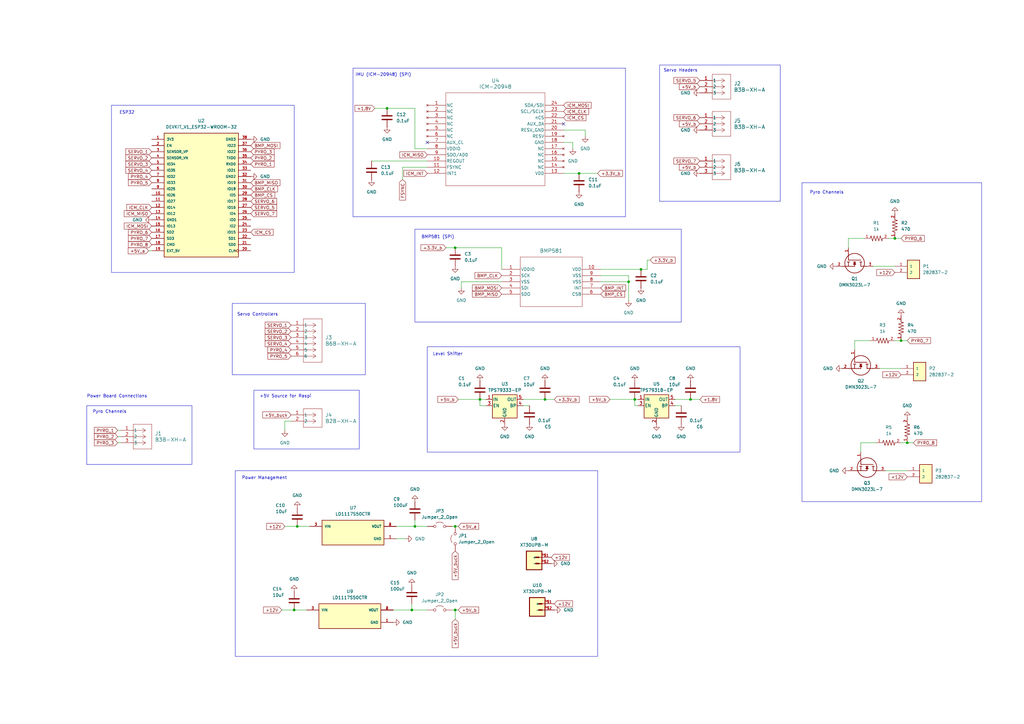
<source format=kicad_sch>
(kicad_sch (version 20250114) (generator "eeschema") (generator_version "9.0")
  (paper "A3")
  (title_block (title "Bola Flight Computer") (company "Gaucho Rocket Project"))
  (rectangle (start 35.56 166.37) (end 78.74 190.5))
  (rectangle (start 270.51 26.67) (end 320.04 82.55))
  (rectangle (start 104.14 160.02) (end 147.32 184.15))
  (rectangle (start 45.72 43.18) (end 120.65 111.76))
  (rectangle (start 170.18 93.98) (end 279.4 132.08))
  (rectangle (start 96.52 193.04) (end 245.11 269.24))
  (rectangle (start 144.78 27.94) (end 256.54 88.9))
  (rectangle (start 328.93 74.93) (end 402.59 205.74))
  (rectangle (start 175.26 142.24) (end 303.53 185.42))
  (text "Level Shifter" (at 183.642 145.288 0) (effects (font (size 1.27 1.27))))
  (text "+5V Source for Raspi" (at 117.094 162.56 0) (effects (font (size 1.27 1.27))))
  (text "ESP32" (at 52.07 46.228 0) (effects (font (size 1.27 1.27))))
  (text "Pyro Channels" (at 44.958 168.91 0) (effects (font (size 1.27 1.27))))
  (text "BMP581 (SPI)" (at 179.578 97.282 0) (effects (font (size 1.27 1.27))))
  (text "Servo Headers" (at 279.146 28.956 0) (effects (font (size 1.27 1.27))))
  (text "Pyro Channels" (at 339.09 78.994 0) (effects (font (size 1.27 1.27))))
  (text "Power Management" (at 108.458 196.088 0) (effects (font (size 1.27 1.27))))
  (text "IMU (ICM-20948) (SPI)" (at 157.226 30.734 0) (effects (font (size 1.27 1.27))))
  (text "Power Board Connections" (at 48.006 162.56 0) (effects (font (size 1.27 1.27))))
  (text "Servo Controllers" (at 105.664 129.032 0) (effects (font (size 1.27 1.27))))
  (junction (at 260.35 163.83))
  (junction (at 120.65 250.19))
  (junction (at 257.81 115.57))
  (junction (at 237.49 71.12))
  (junction (at 262.89 110.49))
  (junction (at 158.75 44.45))
  (junction (at 283.21 163.83))
  (junction (at 168.91 250.19))
  (junction (at 186.69 215.9))
  (junction (at 367.03 97.79))
  (junction (at 196.85 163.83))
  (junction (at 121.92 215.9))
  (junction (at 223.52 163.83))
  (junction (at 369.57 139.7))
  (junction (at 186.69 250.19))
  (junction (at 170.18 215.9))
  (junction (at 372.11 181.61))
  (junction (at 186.69 101.6))
  (no_connect (at 175.26 58.42))
  (no_connect (at 231.14 50.8))
  (wire (pts (xy 187.96 163.83) (xy 196.85 163.83)))
  (wire (pts (xy 205.74 115.57) (xy 189.23 115.57)))
  (wire (pts (xy 115.57 250.19) (xy 120.65 250.19)))
  (wire (pts (xy 170.18 44.45) (xy 170.18 60.96)))
  (wire (pts (xy 170.18 215.9) (xy 175.26 215.9)))
  (wire (pts (xy 246.38 110.49) (xy 262.89 110.49)))
  (wire (pts (xy 49.53 181.61) (xy 48.26 181.61)))
  (wire (pts (xy 175.26 68.58) (xy 165.1 68.58)))
  (wire (pts (xy 359.41 181.61) (xy 353.06 181.61)))
  (wire (pts (xy 120.65 250.19) (xy 125.73 250.19)))
  (wire (pts (xy 49.53 176.53) (xy 48.26 176.53)))
  (polyline (pts (xy 95.25 153.67) (xy 96.52 153.67)))
  (wire (pts (xy 265.43 106.68) (xy 266.7 106.68)))
  (wire (pts (xy 116.84 176.53) (xy 116.84 172.72)))
  (wire (pts (xy 170.18 213.36) (xy 170.18 215.9)))
  (polyline (pts (xy 149.86 153.67) (xy 149.86 124.46)))
  (wire (pts (xy 369.57 139.7) (xy 372.11 139.7)))
  (wire (pts (xy 261.62 166.37) (xy 260.35 166.37)))
  (polyline (pts (xy 95.25 124.46) (xy 95.25 153.67)))
  (wire (pts (xy 186.69 250.19) (xy 186.69 254)))
  (wire (pts (xy 283.21 163.83) (xy 276.86 163.83)))
  (wire (pts (xy 367.03 97.79) (xy 369.57 97.79)))
  (wire (pts (xy 189.23 115.57) (xy 189.23 118.11)))
  (wire (pts (xy 287.02 163.83) (xy 283.21 163.83)))
  (wire (pts (xy 347.98 97.79) (xy 347.98 101.6)))
  (polyline (pts (xy 96.52 153.67) (xy 149.86 153.67)))
  (wire (pts (xy 369.57 181.61) (xy 372.11 181.61)))
  (wire (pts (xy 185.42 250.19) (xy 186.69 250.19)))
  (wire (pts (xy 354.33 97.79) (xy 347.98 97.79)))
  (wire (pts (xy 168.91 250.19) (xy 175.26 250.19)))
  (wire (pts (xy 257.81 115.57) (xy 257.81 123.19)))
  (wire (pts (xy 223.52 163.83) (xy 227.33 163.83)))
  (wire (pts (xy 231.14 53.34) (xy 240.03 53.34)))
  (wire (pts (xy 265.43 106.68) (xy 265.43 110.49)))
  (wire (pts (xy 358.14 109.22) (xy 367.03 109.22)))
  (wire (pts (xy 186.69 101.6) (xy 205.74 101.6)))
  (wire (pts (xy 231.14 71.12) (xy 237.49 71.12)))
  (wire (pts (xy 153.67 44.45) (xy 158.75 44.45)))
  (wire (pts (xy 60.96 102.87) (xy 62.23 102.87)))
  (wire (pts (xy 116.84 215.9) (xy 121.92 215.9)))
  (wire (pts (xy 199.39 166.37) (xy 196.85 166.37)))
  (wire (pts (xy 205.74 110.49) (xy 205.74 101.6)))
  (wire (pts (xy 161.29 250.19) (xy 168.91 250.19)))
  (wire (pts (xy 196.85 166.37) (xy 196.85 163.83)))
  (wire (pts (xy 276.86 166.37) (xy 279.4 166.37)))
  (wire (pts (xy 234.95 58.42) (xy 234.95 60.96)))
  (wire (pts (xy 162.56 220.98) (xy 166.37 220.98)))
  (wire (pts (xy 231.14 58.42) (xy 234.95 58.42)))
  (wire (pts (xy 168.91 247.65) (xy 168.91 250.19)))
  (wire (pts (xy 186.69 215.9) (xy 187.96 215.9)))
  (wire (pts (xy 196.85 163.83) (xy 199.39 163.83)))
  (wire (pts (xy 360.68 151.13) (xy 369.57 151.13)))
  (wire (pts (xy 260.35 163.83) (xy 261.62 163.83)))
  (wire (pts (xy 353.06 181.61) (xy 353.06 185.42)))
  (wire (pts (xy 170.18 60.96) (xy 175.26 60.96)))
  (wire (pts (xy 182.88 101.6) (xy 186.69 101.6)))
  (wire (pts (xy 246.38 115.57) (xy 257.81 115.57)))
  (wire (pts (xy 240.03 53.34) (xy 240.03 55.88)))
  (polyline (pts (xy 149.86 124.46) (xy 95.25 124.46)))
  (wire (pts (xy 186.69 250.19) (xy 187.96 250.19)))
  (wire (pts (xy 364.49 97.79) (xy 367.03 97.79)))
  (wire (pts (xy 372.11 181.61) (xy 374.65 181.61)))
  (wire (pts (xy 363.22 193.04) (xy 372.11 193.04)))
  (wire (pts (xy 185.42 215.9) (xy 186.69 215.9)))
  (wire (pts (xy 356.87 139.7) (xy 350.52 139.7)))
  (wire (pts (xy 265.43 110.49) (xy 262.89 110.49)))
  (wire (pts (xy 152.4 66.04) (xy 175.26 66.04)))
  (wire (pts (xy 350.52 139.7) (xy 350.52 143.51)))
  (wire (pts (xy 246.38 113.03) (xy 257.81 113.03)))
  (wire (pts (xy 121.92 215.9) (xy 127 215.9)))
  (wire (pts (xy 214.63 163.83) (xy 223.52 163.83)))
  (wire (pts (xy 257.81 113.03) (xy 257.81 115.57)))
  (wire (pts (xy 49.53 179.07) (xy 48.26 179.07)))
  (wire (pts (xy 162.56 215.9) (xy 170.18 215.9)))
  (wire (pts (xy 367.03 139.7) (xy 369.57 139.7)))
  (wire (pts (xy 165.1 68.58) (xy 165.1 73.66)))
  (wire (pts (xy 237.49 71.12) (xy 245.11 71.12)))
  (wire (pts (xy 214.63 166.37) (xy 217.17 166.37)))
  (wire (pts (xy 250.19 163.83) (xy 260.35 163.83)))
  (wire (pts (xy 260.35 166.37) (xy 260.35 163.83)))
  (wire (pts (xy 116.84 172.72) (xy 119.38 172.72)))
  (wire (pts (xy 158.75 44.45) (xy 170.18 44.45)))
  (global_label "+12V" (shape input) (at 367.03 111.76 180) (property "Intersheetrefs" "${INTERSHEET_REFS}" (effects (hide yes))))
  (global_label "ICM_CS" (shape input) (at 102.87 95.25 0) (property "Intersheetrefs" "${INTERSHEET_REFS}" (effects (hide yes))))
  (global_label "ICM_MISO" (shape input) (at 62.23 87.63 180) (property "Intersheetrefs" "${INTERSHEET_REFS}" (effects (hide yes))))
  (global_label "SERVO_2" (shape input) (at 119.38 135.89 180) (property "Intersheetrefs" "${INTERSHEET_REFS}" (effects (hide yes))))
  (global_label "PYRO_8" (shape input) (at 374.65 181.61 0) (property "Intersheetrefs" "${INTERSHEET_REFS}" (effects (hide yes))))
  (global_label "+5V_buck" (shape input) (at 186.69 226.06 270) (property "Intersheetrefs" "${INTERSHEET_REFS}" (effects (hide yes))))
  (global_label "BMP_MISO" (shape input) (at 102.87 74.93 0) (property "Intersheetrefs" "${INTERSHEET_REFS}" (effects (hide yes))))
  (global_label "+5V_b" (shape input) (at 187.96 163.83 180) (property "Intersheetrefs" "${INTERSHEET_REFS}" (effects (hide yes))))
  (global_label "ICM_MOSI" (shape input) (at 62.23 92.71 180) (property "Intersheetrefs" "${INTERSHEET_REFS}" (effects (hide yes))))
  (global_label "+5V_b" (shape input) (at 250.19 163.83 180) (property "Intersheetrefs" "${INTERSHEET_REFS}" (effects (hide yes))))
  (global_label "PYRO_6" (shape input) (at 62.23 95.25 180) (property "Intersheetrefs" "${INTERSHEET_REFS}" (effects (hide yes))))
  (global_label "PYRO_1" (shape input) (at 102.87 67.31 0) (property "Intersheetrefs" "${INTERSHEET_REFS}" (effects (hide yes))))
  (global_label "BMP_CLK" (shape input) (at 102.87 77.47 0) (property "Intersheetrefs" "${INTERSHEET_REFS}" (effects (hide yes))))
  (global_label "PYRO_7" (shape input) (at 372.11 139.7 0) (property "Intersheetrefs" "${INTERSHEET_REFS}" (effects (hide yes))))
  (global_label "ICM_MOSI" (shape input) (at 231.14 43.18 0) (property "Intersheetrefs" "${INTERSHEET_REFS}" (effects (hide yes))))
  (global_label "BMP_MISO" (shape input) (at 205.74 120.65 180) (property "Intersheetrefs" "${INTERSHEET_REFS}" (effects (hide yes))))
  (global_label "+3.3V_b" (shape input) (at 266.7 106.68 0) (property "Intersheetrefs" "${INTERSHEET_REFS}" (effects (hide yes))))
  (global_label "FSYNC" (shape input) (at 165.1 73.66 270) (property "Intersheetrefs" "${INTERSHEET_REFS}" (effects (hide yes))))
  (global_label "PYRO_2" (shape input) (at 102.87 64.77 0) (property "Intersheetrefs" "${INTERSHEET_REFS}" (effects (hide yes))))
  (global_label "ICM_CLK" (shape input) (at 62.23 85.09 180) (property "Intersheetrefs" "${INTERSHEET_REFS}" (effects (hide yes))))
  (global_label "+3.3V_b" (shape input) (at 182.88 101.6 180) (property "Intersheetrefs" "${INTERSHEET_REFS}" (effects (hide yes))))
  (global_label "PYRO_2" (shape input) (at 48.26 179.07 180) (property "Intersheetrefs" "${INTERSHEET_REFS}" (effects (hide yes))))
  (global_label "+12V" (shape input) (at 115.57 250.19 180) (property "Intersheetrefs" "${INTERSHEET_REFS}" (effects (hide yes))))
  (global_label "+5V_buck" (shape input) (at 119.38 170.18 180) (property "Intersheetrefs" "${INTERSHEET_REFS}" (effects (hide yes))))
  (global_label "SERVO_7" (shape input) (at 102.87 87.63 0) (property "Intersheetrefs" "${INTERSHEET_REFS}" (effects (hide yes))))
  (global_label "+5V_a" (shape input) (at 60.96 102.87 180) (property "Intersheetrefs" "${INTERSHEET_REFS}" (effects (hide yes))))
  (global_label "+12V" (shape input) (at 227.33 247.65 0) (property "Intersheetrefs" "${INTERSHEET_REFS}" (effects (hide yes))))
  (global_label "PYRO_1" (shape input) (at 48.26 176.53 180) (property "Intersheetrefs" "${INTERSHEET_REFS}" (effects (hide yes))))
  (global_label "ICM_CLK" (shape input) (at 231.14 45.72 0) (property "Intersheetrefs" "${INTERSHEET_REFS}" (effects (hide yes))))
  (global_label "PYRO_5" (shape input) (at 119.38 146.05 180) (property "Intersheetrefs" "${INTERSHEET_REFS}" (effects (hide yes))))
  (global_label "+12V" (shape input) (at 372.11 195.58 180) (property "Intersheetrefs" "${INTERSHEET_REFS}" (effects (hide yes))))
  (global_label "PYRO_3" (shape input) (at 48.26 181.61 180) (property "Intersheetrefs" "${INTERSHEET_REFS}" (effects (hide yes))))
  (global_label "+5V_buck" (shape input) (at 186.69 254 270) (property "Intersheetrefs" "${INTERSHEET_REFS}" (effects (hide yes))))
  (global_label "+5V_b" (shape input) (at 287.02 50.8 180) (property "Intersheetrefs" "${INTERSHEET_REFS}" (effects (hide yes))))
  (global_label "PYRO_3" (shape input) (at 102.87 62.23 0) (property "Intersheetrefs" "${INTERSHEET_REFS}" (effects (hide yes))))
  (global_label "BMP_MOSI" (shape input) (at 102.87 59.69 0) (property "Intersheetrefs" "${INTERSHEET_REFS}" (effects (hide yes))))
  (global_label "ICM_INT" (shape input) (at 175.26 71.12 180) (property "Intersheetrefs" "${INTERSHEET_REFS}" (effects (hide yes))))
  (global_label "+3.3V_b" (shape input) (at 227.33 163.83 0) (property "Intersheetrefs" "${INTERSHEET_REFS}" (effects (hide yes))))
  (global_label "SERVO_5" (shape input) (at 102.87 85.09 0) (property "Intersheetrefs" "${INTERSHEET_REFS}" (effects (hide yes))))
  (global_label "BMP_INT" (shape input) (at 246.38 118.11 0) (property "Intersheetrefs" "${INTERSHEET_REFS}" (effects (hide yes))))
  (global_label "SERVO_6" (shape input) (at 102.87 82.55 0) (property "Intersheetrefs" "${INTERSHEET_REFS}" (effects (hide yes))))
  (global_label "+5V_b" (shape input) (at 287.02 68.58 180) (property "Intersheetrefs" "${INTERSHEET_REFS}" (effects (hide yes))))
  (global_label "ICM_MISO" (shape input) (at 175.26 63.5 180) (property "Intersheetrefs" "${INTERSHEET_REFS}" (effects (hide yes))))
  (global_label "SERVO_1" (shape input) (at 119.38 133.35 180) (property "Intersheetrefs" "${INTERSHEET_REFS}" (effects (hide yes))))
  (global_label "+3.3V_b" (shape input) (at 245.11 71.12 0) (property "Intersheetrefs" "${INTERSHEET_REFS}" (effects (hide yes))))
  (global_label "+5V_b" (shape input) (at 187.96 250.19 0) (property "Intersheetrefs" "${INTERSHEET_REFS}" (effects (hide yes))))
  (global_label "SERVO_6" (shape input) (at 287.02 48.26 180) (property "Intersheetrefs" "${INTERSHEET_REFS}" (effects (hide yes))))
  (global_label "SERVO_3" (shape input) (at 62.23 67.31 180) (property "Intersheetrefs" "${INTERSHEET_REFS}" (effects (hide yes))))
  (global_label "PYRO_5" (shape input) (at 62.23 74.93 180) (property "Intersheetrefs" "${INTERSHEET_REFS}" (effects (hide yes))))
  (global_label "+1.8V" (shape input) (at 153.67 44.45 180) (property "Intersheetrefs" "${INTERSHEET_REFS}" (effects (hide yes))))
  (global_label "SERVO_1" (shape input) (at 62.23 62.23 180) (property "Intersheetrefs" "${INTERSHEET_REFS}" (effects (hide yes))))
  (global_label "SERVO_3" (shape input) (at 119.38 138.43 180) (property "Intersheetrefs" "${INTERSHEET_REFS}" (effects (hide yes))))
  (global_label "SERVO_2" (shape input) (at 62.23 64.77 180) (property "Intersheetrefs" "${INTERSHEET_REFS}" (effects (hide yes))))
  (global_label "PYRO_7" (shape input) (at 62.23 97.79 180) (property "Intersheetrefs" "${INTERSHEET_REFS}" (effects (hide yes))))
  (global_label "+12V" (shape input) (at 116.84 215.9 180) (property "Intersheetrefs" "${INTERSHEET_REFS}" (effects (hide yes))))
  (global_label "SERVO_5" (shape input) (at 287.02 33.02 180) (property "Intersheetrefs" "${INTERSHEET_REFS}" (effects (hide yes))))
  (global_label "+5V_b" (shape input) (at 287.02 35.56 180) (property "Intersheetrefs" "${INTERSHEET_REFS}" (effects (hide yes))))
  (global_label "+1.8V" (shape input) (at 287.02 163.83 0) (property "Intersheetrefs" "${INTERSHEET_REFS}" (effects (hide yes))))
  (global_label "ICM_CS" (shape input) (at 231.14 48.26 0) (property "Intersheetrefs" "${INTERSHEET_REFS}" (effects (hide yes))))
  (global_label "BMP_CLK" (shape input) (at 205.74 113.03 180) (property "Intersheetrefs" "${INTERSHEET_REFS}" (effects (hide yes))))
  (global_label "PYRO_4" (shape input) (at 62.23 72.39 180) (property "Intersheetrefs" "${INTERSHEET_REFS}" (effects (hide yes))))
  (global_label "PYRO_4" (shape input) (at 119.38 143.51 180) (property "Intersheetrefs" "${INTERSHEET_REFS}" (effects (hide yes))))
  (global_label "PYRO_8" (shape input) (at 62.23 100.33 180) (property "Intersheetrefs" "${INTERSHEET_REFS}" (effects (hide yes))))
  (global_label "+12V" (shape input) (at 369.57 153.67 180) (property "Intersheetrefs" "${INTERSHEET_REFS}" (effects (hide yes))))
  (global_label "SERVO_7" (shape input) (at 287.02 66.04 180) (property "Intersheetrefs" "${INTERSHEET_REFS}" (effects (hide yes))))
  (global_label "+5V_a" (shape input) (at 187.96 215.9 0) (property "Intersheetrefs" "${INTERSHEET_REFS}" (effects (hide yes))))
  (global_label "+12V" (shape input) (at 226.06 228.6 0) (property "Intersheetrefs" "${INTERSHEET_REFS}" (effects (hide yes))))
  (global_label "SERVO_4" (shape input) (at 119.38 140.97 180) (property "Intersheetrefs" "${INTERSHEET_REFS}" (effects (hide yes))))
  (global_label "BMP_CS" (shape input) (at 102.87 80.01 0) (property "Intersheetrefs" "${INTERSHEET_REFS}" (effects (hide yes))))
  (global_label "BMP_CS" (shape input) (at 246.38 120.65 0) (property "Intersheetrefs" "${INTERSHEET_REFS}" (effects (hide yes))))
  (global_label "PYRO_6" (shape input) (at 369.57 97.79 0) (property "Intersheetrefs" "${INTERSHEET_REFS}" (effects (hide yes))))
  (global_label "SERVO_4" (shape input) (at 62.23 69.85 180) (property "Intersheetrefs" "${INTERSHEET_REFS}" (effects (hide yes))))
  (global_label "BMP_MOSI" (shape input) (at 205.74 118.11 180) (property "Intersheetrefs" "${INTERSHEET_REFS}" (effects (hide yes))))
  (symbol (lib_id "Device:C") (at 121.92 212.09 0) (unit 1)
    (property "Reference" "C10" (at 113.03 207.264 0) (effects (justify left)))
    (property "Value" "10uF" (at 113.03 209.804 0) (effects (justify left)))
    (property "Footprint" "Capacitors:C_0805_2012Metric_Pad1.18x1.45mm_HandSolder" (effects (hide yes)))
    (property "Description" "Unpolarized capacitor" (effects (hide yes)))
  )
  (symbol (lib_id "Jumper:Jumper_2_Open") (at 186.69 220.98 90) (unit 1)
    (property "Reference" "JP1" (at 187.96 219.7099 90) (effects (justify right)))
    (property "Value" "Jumper_2_Open" (at 187.96 222.2499 90) (effects (justify right)))
    (property "Footprint" "Jumper:SolderJumper-2_P1.3mm_Open_RoundedPad1.0x1.5mm" (effects (hide yes)))
    (property "Description" "Jumper, 2-pole, open" (effects (hide yes)))
  )
  (symbol (lib_id "power:GND") (at 116.84 176.53 0) (unit 1)
    (property "Reference" "#PWR044" (effects (hide yes)))
    (property "Value" "GND" (at 116.84 181.61 0))
    (property "Description" "Power symbol creates a global label with name \"GND\" , ground" (effects (hide yes)))
  )
  (symbol (lib_id "power:GND") (at 345.44 151.13 270) (unit 1)
    (property "Reference" "#PWR056" (effects (hide yes)))
    (property "Value" "GND" (at 341.63 151.1299 90) (effects (justify right)))
    (property "Description" "Power symbol creates a global label with name \"GND\" , ground" (effects (hide yes)))
  )
  (symbol (lib_id "Device:C") (at 260.35 160.02 0) (unit 1)
    (property "Reference" "C4" (at 251.46 155.194 0) (effects (justify left)))
    (property "Value" "0.1uF" (at 251.46 157.734 0) (effects (justify left)))
    (property "Footprint" "Capacitors:C_0805_2012Metric_Pad1.18x1.45mm_HandSolder" (effects (hide yes)))
    (property "Description" "Unpolarized capacitor" (effects (hide yes)))
  )
  (symbol (lib_id "2025-01-02_04-55-45:B6B-XH-A") (at 119.38 133.35 0) (unit 1)
    (property "Reference" "J3" (at 133.35 138.4299 0) (effects (font (size 1.524 1.524)) (justify left)))
    (property "Value" "B6B-XH-A" (at 133.35 140.9699 0) (effects (font (size 1.524 1.524)) (justify left)))
    (property "Footprint" "Connector_JST:JST_XH_B6B-XH-A_1x06_P2.50mm_Vertical" (effects (hide yes)))
    (property "Datasheet" "B6B-XH-A" (effects (hide yes)))
  )
  (symbol (lib_id "DMN3023L-7:DMN3023L-7") (at 350.52 106.68 270) (unit 1)
    (property "Reference" "Q1" (at 350.52 114.3 90))
    (property "Value" "DMN3023L-7" (at 350.52 116.84 90))
    (property "Footprint" "FETS:SOT96P240X100-3N" (effects (hide yes)))
    (property "MF" "Diodes Incorporated" (effects (hide yes)))
    (property "DESCRIPTION" "MOSFET N-CH 30V 6.2A SOT23" (effects (hide yes)))
    (property "Package" "None" (effects (hide yes)))
    (property "SUPPLIER_PART_NUMBER" "DMN3023L-7DICT-ND" (effects (hide yes)))
    (property "Price" "None" (effects (hide yes)))
    (property "Check_prices" "https://www.snapeda.com/parts/DMN3023L7/Diodes+Inc./view-part/?ref=eda" (effects (hide yes)))
    (property "VALUE" "DMN3023L-7" (effects (hide yes)))
    (property "SUPPLIER" "Digikey" (effects (hide yes)))
    (property "SnapEDA_Link" "https://www.snapeda.com/parts/DMN3023L7/Diodes+Inc./view-part/?ref=snap" (effects (hide yes)))
    (property "MP" "DMN3023L7" (effects (hide yes)))
    (property "FOOTPRINT" "SOT23" (effects (hide yes)))
    (property "Description_1" "N-Channel 30 V 6.2A (Ta) 900mW (Ta) Surface Mount SOT-23-3" (effects (hide yes)))
    (property "Availability" "In Stock" (effects (hide yes)))
    (property "MANUFACTURER_PART_NUMBER" "DMN3023L-7" (effects (hide yes)))
  )
  (symbol (lib_id "2025-01-04_00-10-29:BMP581") (at 205.74 110.49 0) (unit 1)
    (property "Reference" "U1" (effects (hide yes)))
    (property "Value" "BMP581" (at 226.06 102.87 0) (effects (font (size 1.524 1.524))))
    (property "Footprint" "footprints:QFN10_BMP581_BOS" (effects (hide yes)))
    (property "Datasheet" "BMP581" (effects (hide yes)))
  )
  (symbol (lib_id "DMN3023L-7:DMN3023L-7") (at 353.06 148.59 270) (unit 1)
    (property "Reference" "Q2" (at 353.06 156.21 90))
    (property "Value" "DMN3023L-7" (at 353.06 158.75 90))
    (property "Footprint" "FETS:SOT96P240X100-3N" (effects (hide yes)))
    (property "MF" "Diodes Incorporated" (effects (hide yes)))
    (property "DESCRIPTION" "MOSFET N-CH 30V 6.2A SOT23" (effects (hide yes)))
    (property "Package" "None" (effects (hide yes)))
    (property "SUPPLIER_PART_NUMBER" "DMN3023L-7DICT-ND" (effects (hide yes)))
    (property "Price" "None" (effects (hide yes)))
    (property "Check_prices" "https://www.snapeda.com/parts/DMN3023L7/Diodes+Inc./view-part/?ref=eda" (effects (hide yes)))
    (property "VALUE" "DMN3023L-7" (effects (hide yes)))
    (property "SUPPLIER" "Digikey" (effects (hide yes)))
    (property "SnapEDA_Link" "https://www.snapeda.com/parts/DMN3023L7/Diodes+Inc./view-part/?ref=snap" (effects (hide yes)))
    (property "MP" "DMN3023L7" (effects (hide yes)))
    (property "FOOTPRINT" "SOT23" (effects (hide yes)))
    (property "Description_1" "N-Channel 30 V 6.2A (Ta) 900mW (Ta) Surface Mount SOT-23-3" (effects (hide yes)))
    (property "Availability" "In Stock" (effects (hide yes)))
    (property "MANUFACTURER_PART_NUMBER" "DMN3023L-7" (effects (hide yes)))
  )
  (symbol (lib_id "2025-01-01_02-21-05:B3B-XH-A") (at 49.53 176.53 0) (unit 1)
    (property "Reference" "J1" (at 63.5 177.7999 0) (effects (font (size 1.524 1.524)) (justify left)))
    (property "Value" "B3B-XH-A" (at 63.5 180.3399 0) (effects (font (size 1.524 1.524)) (justify left)))
    (property "Footprint" "B3B:CONN_B3B-XH-A_JST" (effects (hide yes)))
    (property "Datasheet" "B3B-XH-A" (effects (hide yes)))
  )
  (symbol (lib_id "Device:C") (at 196.85 160.02 0) (unit 1)
    (property "Reference" "C1" (at 187.96 155.194 0) (effects (justify left)))
    (property "Value" "0.1uF" (at 187.96 157.734 0) (effects (justify left)))
    (property "Footprint" "Capacitors:C_0805_2012Metric_Pad1.18x1.45mm_HandSolder" (effects (hide yes)))
    (property "Description" "Unpolarized capacitor" (effects (hide yes)))
  )
  (symbol (lib_id "Device:C") (at 120.65 246.38 0) (unit 1)
    (property "Reference" "C14" (at 111.76 241.554 0) (effects (justify left)))
    (property "Value" "10uF" (at 111.76 244.094 0) (effects (justify left)))
    (property "Footprint" "Capacitors:C_0805_2012Metric_Pad1.18x1.45mm_HandSolder" (effects (hide yes)))
    (property "Description" "Unpolarized capacitor" (effects (hide yes)))
  )
  (symbol (lib_id "power:GND") (at 287.02 38.1 270) (unit 1)
    (property "Reference" "#PWR053" (effects (hide yes)))
    (property "Value" "GND" (at 283.21 38.0999 90) (effects (justify right)))
    (property "Description" "Power symbol creates a global label with name \"GND\" , ground" (effects (hide yes)))
  )
  (symbol (lib_id "power:GND") (at 260.35 156.21 180) (unit 1)
    (property "Reference" "#PWR011" (effects (hide yes)))
    (property "Value" "GND" (at 260.35 151.13 0))
    (property "Description" "Power symbol creates a global label with name \"GND\" , ground" (effects (hide yes)))
  )
  (symbol (lib_id "power:GND") (at 369.57 129.54 180) (unit 1)
    (property "Reference" "#PWR057" (effects (hide yes)))
    (property "Value" "GND" (at 369.57 124.46 0))
    (property "Description" "Power symbol creates a global label with name \"GND\" , ground" (effects (hide yes)))
  )
  (symbol (lib_id "power:GND") (at 161.29 255.27 90) (unit 1)
    (property "Reference" "#PWR019" (effects (hide yes)))
    (property "Value" "GND" (at 165.1 255.2699 90) (effects (justify right)))
    (property "Description" "Power symbol creates a global label with name \"GND\" , ground" (effects (hide yes)))
  )
  (symbol (lib_id "Device:C") (at 237.49 74.93 0) (unit 1)
    (property "Reference" "C11" (at 241.3 73.6599 0) (effects (justify left)))
    (property "Value" "0.1uF" (at 241.3 76.1999 0) (effects (justify left)))
    (property "Footprint" "Capacitors:C_0805_2012Metric_Pad1.18x1.45mm_HandSolder" (effects (hide yes)))
    (property "Description" "Unpolarized capacitor" (effects (hide yes)))
  )
  (symbol (lib_id "power:GND") (at 237.49 78.74 0) (unit 1)
    (property "Reference" "#PWR039" (effects (hide yes)))
    (property "Value" "GND" (at 237.49 83.82 0))
    (property "Description" "Power symbol creates a global label with name \"GND\" , ground" (effects (hide yes)))
  )
  (symbol (lib_id "power:GND") (at 170.18 205.74 180) (unit 1)
    (property "Reference" "#PWR016" (effects (hide yes)))
    (property "Value" "GND" (at 170.18 200.66 0))
    (property "Description" "Power symbol creates a global label with name \"GND\" , ground" (effects (hide yes)))
  )
  (symbol (lib_id "power:GND") (at 121.92 208.28 180) (unit 1)
    (property "Reference" "#PWR017" (effects (hide yes)))
    (property "Value" "GND" (at 121.92 203.2 0))
    (property "Description" "Power symbol creates a global label with name \"GND\" , ground" (effects (hide yes)))
  )
  (symbol (lib_id "power:GND") (at 186.69 109.22 0) (unit 1)
    (property "Reference" "#PWR08" (effects (hide yes)))
    (property "Value" "GND" (at 186.69 114.3 0))
    (property "Description" "Power symbol creates a global label with name \"GND\" , ground" (effects (hide yes)))
  )
  (symbol (lib_id "8-2176243-2:8-2176243-2") (at 369.57 134.62 90) (unit 1)
    (property "Reference" "R4" (at 372.11 133.3499 90) (effects (justify right)))
    (property "Value" "470" (at 372.11 135.8899 90) (effects (justify right)))
    (property "Footprint" "Resistor:R_0805_2012Metric_Pad1.20x1.40mm_HandSolder" (effects (hide yes)))
    (property "Comment" "8-2176243-2" (effects (hide yes)))
    (property "MF" "TE Connectivity" (effects (hide yes)))
    (property "Description_1" "CRGS0603 Anti-Surge Resistor 5% 5M6" (effects (hide yes)))
    (property "Package" "None" (effects (hide yes)))
    (property "Price" "None" (effects (hide yes)))
    (property "SnapEDA_Link" "https://www.snapeda.com/parts/8-2176243-2/TE+Connectivity+AMP+Connectors/view-part/?ref=snap" (effects (hide yes)))
    (property "MP" "8-2176243-2" (effects (hide yes)))
    (property "Availability" "In Stock" (effects (hide yes)))
    (property "Check_prices" "https://www.snapeda.com/parts/8-2176243-2/TE+Connectivity+AMP+Connectors/view-part/?ref=eda" (effects (hide yes)))
  )
  (symbol (lib_id "Device:C") (at 152.4 69.85 0) (unit 1)
    (property "Reference" "C13" (at 156.21 68.5799 0) (effects (justify left)))
    (property "Value" "0.1uF" (at 156.21 71.1199 0) (effects (justify left)))
    (property "Footprint" "Capacitors:C_0805_2012Metric_Pad1.18x1.45mm_HandSolder" (effects (hide yes)))
    (property "Description" "Unpolarized capacitor" (effects (hide yes)))
  )
  (symbol (lib_id "power:GND") (at 283.21 156.21 180) (unit 1)
    (property "Reference" "#PWR04" (effects (hide yes)))
    (property "Value" "GND" (at 283.21 151.13 0))
    (property "Description" "Power symbol creates a global label with name \"GND\" , ground" (effects (hide yes)))
  )
  (symbol (lib_id "XT30UPB-M:XT30UPB-M") (at 218.44 231.14 0) (unit 1)
    (property "Reference" "U8" (at 219.075 220.98 0))
    (property "Value" "XT30UPB-M" (at 219.075 223.52 0))
    (property "Footprint" "XTConnectors:XT30UPB-M" (effects (hide yes)))
    (property "MF" "amass" (effects (hide yes)))
    (property "Description_1" "Socket; DC supply; XT30; male; PIN: 2; on PCBs; THT; yellow; 15A; 500V" (effects (hide yes)))
    (property "Package" "None" (effects (hide yes)))
    (property "Price" "None" (effects (hide yes)))
    (property "SnapEDA_Link" "https://www.snapeda.com/parts/XT30UPB-M/AMASS/view-part/?ref=snap" (effects (hide yes)))
    (property "MP" "XT30UPB-M" (effects (hide yes)))
    (property "Availability" "Not in stock" (effects (hide yes)))
    (property "Check_prices" "https://www.snapeda.com/parts/XT30UPB-M/AMASS/view-part/?ref=eda" (effects (hide yes)))
  )
  (symbol (lib_id "power:GND") (at 367.03 87.63 180) (unit 1)
    (property "Reference" "#PWR054" (effects (hide yes)))
    (property "Value" "GND" (at 367.03 82.55 0))
    (property "Description" "Power symbol creates a global label with name \"GND\" , ground" (effects (hide yes)))
  )
  (symbol (lib_id "LD1117S50CTR:LD1117S50CTR") (at 143.51 252.73 0) (unit 1)
    (property "Reference" "U9" (at 143.51 242.57 0))
    (property "Value" "LD1117S50CTR" (at 143.51 245.11 0))
    (property "Footprint" "LD1117S50CTRlib:LD1117S50CTR" (effects (hide yes)))
    (property "MF" "STMicroelectronics" (effects (hide yes)))
    (property "MAXIMUM_PACKAGE_HEIGHT" "1.8 mm" (effects (hide yes)))
    (property "Package" "SOT-223 STMicroelectronics" (effects (hide yes)))
    (property "Price" "None" (effects (hide yes)))
    (property "Check_prices" "https://www.snapeda.com/parts/LD1117S50CTR/STMicroelectronics/view-part/?ref=eda" (effects (hide yes)))
    (property "STANDARD" "IPC 7351B" (effects (hide yes)))
    (property "PARTREV" "37" (effects (hide yes)))
    (property "SnapEDA_Link" "https://www.snapeda.com/parts/LD1117S50CTR/STMicroelectronics/view-part/?ref=snap" (effects (hide yes)))
    (property "MP" "LD1117S50CTR" (effects (hide yes)))
    (property "Description_1" "Linear Voltage Regulator IC Positive Fixed 1 Output  800mA SOT-223" (effects (hide yes)))
    (property "Availability" "In Stock" (effects (hide yes)))
    (property "MANUFACTURER" "STMicroelectronics" (effects (hide yes)))
  )
  (symbol (lib_id "LD1117S50CTR:LD1117S50CTR") (at 144.78 218.44 0) (unit 1)
    (property "Reference" "U7" (at 144.78 208.28 0))
    (property "Value" "LD1117S50CTR" (at 144.78 210.82 0))
    (property "Footprint" "LD1117S50CTRlib:LD1117S50CTR" (effects (hide yes)))
    (property "MF" "STMicroelectronics" (effects (hide yes)))
    (property "MAXIMUM_PACKAGE_HEIGHT" "1.8 mm" (effects (hide yes)))
    (property "Package" "SOT-223 STMicroelectronics" (effects (hide yes)))
    (property "Price" "None" (effects (hide yes)))
    (property "Check_prices" "https://www.snapeda.com/parts/LD1117S50CTR/STMicroelectronics/view-part/?ref=eda" (effects (hide yes)))
    (property "STANDARD" "IPC 7351B" (effects (hide yes)))
    (property "PARTREV" "37" (effects (hide yes)))
    (property "SnapEDA_Link" "https://www.snapeda.com/parts/LD1117S50CTR/STMicroelectronics/view-part/?ref=snap" (effects (hide yes)))
    (property "MP" "LD1117S50CTR" (effects (hide yes)))
    (property "Description_1" "Linear Voltage Regulator IC Positive Fixed 1 Output  800mA SOT-223" (effects (hide yes)))
    (property "Availability" "In Stock" (effects (hide yes)))
    (property "MANUFACTURER" "STMicroelectronics" (effects (hide yes)))
  )
  (symbol (lib_id "power:GND") (at 189.23 118.11 0) (unit 1)
    (property "Reference" "#PWR06" (effects (hide yes)))
    (property "Value" "GND" (at 189.23 123.19 0))
    (property "Description" "Power symbol creates a global label with name \"GND\" , ground" (effects (hide yes)))
  )
  (symbol (lib_id "282837-2:282837-2") (at 374.65 109.22 0) (unit 1)
    (property "Reference" "P1" (at 378.46 109.2199 0) (effects (justify left)))
    (property "Value" "282837-2" (at 378.46 111.7599 0) (effects (justify left)))
    (property "Footprint" "ScrewTerminal:CUI_TB002-500-02BE" (effects (hide yes)))
    (property "Comment" "282837-2" (effects (hide yes)))
    (property "MF" "TE Connectivity" (effects (hide yes)))
    (property "DESCRIPTION" "TERMINAL BLOCK 3.5MM 2POS PCB" (effects (hide yes)))
    (property "PACKAGE" "None" (effects (hide yes)))
    (property "PRICE" "0.28 USD" (effects (hide yes)))
    (property "Package" "None" (effects (hide yes)))
    (property "Check_prices" "https://www.snapeda.com/parts/282837-2/TE+Connectivity+AMP+Connectors/view-part/?ref=eda" (effects (hide yes)))
    (property "Price" "None" (effects (hide yes)))
    (property "PARTREV" "G3" (effects (hide yes)))
    (property "SnapEDA_Link" "https://www.snapeda.com/parts/282837-2/TE+Connectivity+AMP+Connectors/view-part/?ref=snap" (effects (hide yes)))
    (property "MP" "282837-2" (effects (hide yes)))
    (property "Availability" "In Stock" (effects (hide yes)))
    (property "AVAILABILITY" "Good" (effects (hide yes)))
    (property "Description_1" "Terminal Block Connector Wire Receptacle 2 5.08 mm 30-16 AWG Green 13.5 A 250 V | TE Connectivity 282837-2" (effects (hide yes)))
  )
  (symbol (lib_id "power:GND") (at 120.65 242.57 180) (unit 1)
    (property "Reference" "#PWR018" (effects (hide yes)))
    (property "Value" "GND" (at 120.65 237.49 0))
    (property "Description" "Power symbol creates a global label with name \"GND\" , ground" (effects (hide yes)))
  )
  (symbol (lib_id "power:GND") (at 227.33 250.19 90) (unit 1)
    (property "Reference" "#PWR022" (effects (hide yes)))
    (property "Value" "GND" (at 231.14 250.1899 90) (effects (justify right)))
    (property "Description" "Power symbol creates a global label with name \"GND\" , ground" (effects (hide yes)))
  )
  (symbol (lib_id "8-2176243-2:8-2176243-2") (at 361.95 139.7 0) (unit 1)
    (property "Reference" "R3" (at 361.95 133.35 0))
    (property "Value" "1k" (at 361.95 135.89 0))
    (property "Footprint" "Resistor:R_0805_2012Metric_Pad1.20x1.40mm_HandSolder" (effects (hide yes)))
    (property "Comment" "8-2176243-2" (effects (hide yes)))
    (property "MF" "TE Connectivity" (effects (hide yes)))
    (property "Description_1" "CRGS0603 Anti-Surge Resistor 5% 5M6" (effects (hide yes)))
    (property "Package" "None" (effects (hide yes)))
    (property "Price" "None" (effects (hide yes)))
    (property "SnapEDA_Link" "https://www.snapeda.com/parts/8-2176243-2/TE+Connectivity+AMP+Connectors/view-part/?ref=snap" (effects (hide yes)))
    (property "MP" "8-2176243-2" (effects (hide yes)))
    (property "Availability" "In Stock" (effects (hide yes)))
    (property "Check_prices" "https://www.snapeda.com/parts/8-2176243-2/TE+Connectivity+AMP+Connectors/view-part/?ref=eda" (effects (hide yes)))
  )
  (symbol (lib_id "power:GND") (at 347.98 193.04 270) (unit 1)
    (property "Reference" "#PWR058" (effects (hide yes)))
    (property "Value" "GND" (at 344.17 193.0399 90) (effects (justify right)))
    (property "Description" "Power symbol creates a global label with name \"GND\" , ground" (effects (hide yes)))
  )
  (symbol (lib_id "power:GND") (at 102.87 57.15 90) (unit 1)
    (property "Reference" "#PWR050" (effects (hide yes)))
    (property "Value" "GND" (at 106.68 57.1499 90) (effects (justify right)))
    (property "Description" "Power symbol creates a global label with name \"GND\" , ground" (effects (hide yes)))
  )
  (symbol (lib_id "power:GND") (at 226.06 231.14 90) (unit 1)
    (property "Reference" "#PWR021" (effects (hide yes)))
    (property "Value" "GND" (at 229.87 231.1399 90) (effects (justify right)))
    (property "Description" "Power symbol creates a global label with name \"GND\" , ground" (effects (hide yes)))
  )
  (symbol (lib_id "8-2176243-2:8-2176243-2") (at 367.03 92.71 90) (unit 1)
    (property "Reference" "R2" (at 369.57 91.4399 90) (effects (justify right)))
    (property "Value" "470" (at 369.57 93.9799 90) (effects (justify right)))
    (property "Footprint" "Resistor:R_0805_2012Metric_Pad1.20x1.40mm_HandSolder" (effects (hide yes)))
    (property "Comment" "8-2176243-2" (effects (hide yes)))
    (property "MF" "TE Connectivity" (effects (hide yes)))
    (property "Description_1" "CRGS0603 Anti-Surge Resistor 5% 5M6" (effects (hide yes)))
    (property "Package" "None" (effects (hide yes)))
    (property "Price" "None" (effects (hide yes)))
    (property "SnapEDA_Link" "https://www.snapeda.com/parts/8-2176243-2/TE+Connectivity+AMP+Connectors/view-part/?ref=snap" (effects (hide yes)))
    (property "MP" "8-2176243-2" (effects (hide yes)))
    (property "Availability" "In Stock" (effects (hide yes)))
    (property "Check_prices" "https://www.snapeda.com/parts/8-2176243-2/TE+Connectivity+AMP+Connectors/view-part/?ref=eda" (effects (hide yes)))
  )
  (symbol (lib_id "power:GND") (at 166.37 220.98 90) (unit 1)
    (property "Reference" "#PWR015" (effects (hide yes)))
    (property "Value" "GND" (at 170.18 220.9799 90) (effects (justify right)))
    (property "Description" "Power symbol creates a global label with name \"GND\" , ground" (effects (hide yes)))
  )
  (symbol (lib_id "power:GND") (at 223.52 156.21 180) (unit 1)
    (property "Reference" "#PWR03" (effects (hide yes)))
    (property "Value" "GND" (at 223.52 151.13 0))
    (property "Description" "Power symbol creates a global label with name \"GND\" , ground" (effects (hide yes)))
  )
  (symbol (lib_id "Jumper:Jumper_2_Open") (at 180.34 215.9 0) (unit 1)
    (property "Reference" "JP3" (at 180.34 209.55 0))
    (property "Value" "Jumper_2_Open" (at 180.34 212.09 0))
    (property "Footprint" "Jumper:SolderJumper-2_P1.3mm_Open_RoundedPad1.0x1.5mm" (effects (hide yes)))
    (property "Description" "Jumper, 2-pole, open" (effects (hide yes)))
  )
  (symbol (lib_id "282837-2:282837-2") (at 379.73 193.04 0) (unit 1)
    (property "Reference" "P3" (at 383.54 193.0399 0) (effects (justify left)))
    (property "Value" "282837-2" (at 383.54 195.5799 0) (effects (justify left)))
    (property "Footprint" "ScrewTerminal:CUI_TB002-500-02BE" (effects (hide yes)))
    (property "Comment" "282837-2" (effects (hide yes)))
    (property "MF" "TE Connectivity" (effects (hide yes)))
    (property "DESCRIPTION" "TERMINAL BLOCK 3.5MM 2POS PCB" (effects (hide yes)))
    (property "PACKAGE" "None" (effects (hide yes)))
    (property "PRICE" "0.28 USD" (effects (hide yes)))
    (property "Package" "None" (effects (hide yes)))
    (property "Check_prices" "https://www.snapeda.com/parts/282837-2/TE+Connectivity+AMP+Connectors/view-part/?ref=eda" (effects (hide yes)))
    (property "Price" "None" (effects (hide yes)))
    (property "PARTREV" "G3" (effects (hide yes)))
    (property "SnapEDA_Link" "https://www.snapeda.com/parts/282837-2/TE+Connectivity+AMP+Connectors/view-part/?ref=snap" (effects (hide yes)))
    (property "MP" "282837-2" (effects (hide yes)))
    (property "Availability" "In Stock" (effects (hide yes)))
    (property "AVAILABILITY" "Good" (effects (hide yes)))
    (property "Description_1" "Terminal Block Connector Wire Receptacle 2 5.08 mm 30-16 AWG Green 13.5 A 250 V | TE Connectivity 282837-2" (effects (hide yes)))
  )
  (symbol (lib_id "Device:C") (at 279.4 170.18 180) (unit 1)
    (property "Reference" "C6" (at 288.29 175.006 0) (effects (justify left)))
    (property "Value" "0.1uF" (at 288.29 172.466 0) (effects (justify left)))
    (property "Footprint" "Capacitors:C_0805_2012Metric_Pad1.18x1.45mm_HandSolder" (effects (hide yes)))
    (property "Description" "Unpolarized capacitor" (effects (hide yes)))
  )
  (symbol (lib_id "8-2176243-2:8-2176243-2") (at 359.41 97.79 0) (unit 1)
    (property "Reference" "R1" (at 359.41 91.44 0))
    (property "Value" "1k" (at 359.41 93.98 0))
    (property "Footprint" "Resistor:R_0805_2012Metric_Pad1.20x1.40mm_HandSolder" (effects (hide yes)))
    (property "Comment" "8-2176243-2" (effects (hide yes)))
    (property "MF" "TE Connectivity" (effects (hide yes)))
    (property "Description_1" "CRGS0603 Anti-Surge Resistor 5% 5M6" (effects (hide yes)))
    (property "Package" "None" (effects (hide yes)))
    (property "Price" "None" (effects (hide yes)))
    (property "SnapEDA_Link" "https://www.snapeda.com/parts/8-2176243-2/TE+Connectivity+AMP+Connectors/view-part/?ref=snap" (effects (hide yes)))
    (property "MP" "8-2176243-2" (effects (hide yes)))
    (property "Availability" "In Stock" (effects (hide yes)))
    (property "Check_prices" "https://www.snapeda.com/parts/8-2176243-2/TE+Connectivity+AMP+Connectors/view-part/?ref=eda" (effects (hide yes)))
  )
  (symbol (lib_id "Device:C") (at 170.18 209.55 0) (unit 1)
    (property "Reference" "C9" (at 161.29 204.724 0) (effects (justify left)))
    (property "Value" "100uF" (at 161.29 207.264 0) (effects (justify left)))
    (property "Footprint" "Capacitors:C_0805_2012Metric_Pad1.18x1.45mm_HandSolder" (effects (hide yes)))
    (property "Description" "Unpolarized capacitor" (effects (hide yes)))
  )
  (symbol (lib_id "power:GND") (at 262.89 118.11 0) (unit 1)
    (property "Reference" "#PWR07" (effects (hide yes)))
    (property "Value" "GND" (at 262.89 123.19 0))
    (property "Description" "Power symbol creates a global label with name \"GND\" , ground" (effects (hide yes)))
  )
  (symbol (lib_id "2025-01-01_02-21-05:B3B-XH-A") (at 287.02 48.26 0) (unit 1)
    (property "Reference" "J5" (at 300.99 49.5299 0) (effects (font (size 1.524 1.524)) (justify left)))
    (property "Value" "B3B-XH-A" (at 300.99 52.0699 0) (effects (font (size 1.524 1.524)) (justify left)))
    (property "Footprint" "B3B:CONN_B3B-XH-A_JST" (effects (hide yes)))
    (property "Datasheet" "B3B-XH-A" (effects (hide yes)))
  )
  (symbol (lib_id "power:GND") (at 279.4 173.99 0) (unit 1)
    (property "Reference" "#PWR014" (effects (hide yes)))
    (property "Value" "GND" (at 279.4 179.07 0))
    (property "Description" "Power symbol creates a global label with name \"GND\" , ground" (effects (hide yes)))
  )
  (symbol (lib_id "power:GND") (at 217.17 173.99 0) (unit 1)
    (property "Reference" "#PWR013" (effects (hide yes)))
    (property "Value" "GND" (at 217.17 179.07 0))
    (property "Description" "Power symbol creates a global label with name \"GND\" , ground" (effects (hide yes)))
  )
  (symbol (lib_id "Device:C") (at 262.89 114.3 0) (unit 1)
    (property "Reference" "C2" (at 266.7 113.0299 0) (effects (justify left)))
    (property "Value" "0.1uF" (at 266.7 115.5699 0) (effects (justify left)))
    (property "Footprint" "Capacitors:C_0805_2012Metric_Pad1.18x1.45mm_HandSolder" (effects (hide yes)))
    (property "Description" "Unpolarized capacitor" (effects (hide yes)))
  )
  (symbol (lib_id "Device:C") (at 217.17 170.18 180) (unit 1)
    (property "Reference" "C5" (at 226.06 175.006 0) (effects (justify left)))
    (property "Value" "0.1uF" (at 226.06 172.466 0) (effects (justify left)))
    (property "Footprint" "Capacitors:C_0805_2012Metric_Pad1.18x1.45mm_HandSolder" (effects (hide yes)))
    (property "Description" "Unpolarized capacitor" (effects (hide yes)))
  )
  (symbol (lib_id "Regulator_Linear:TPS79333-EP") (at 207.01 166.37 0) (unit 1)
    (property "Reference" "U3" (at 207.01 157.48 0))
    (property "Value" "TPS79333-EP" (at 207.01 160.02 0))
    (property "Footprint" "Package_TO_SOT_SMD:SOT-23-5" (effects (hide yes)))
    (property "Datasheet" "http://www.ti.com/lit/ds/symlink/tps79333-ep.pdf" (effects (hide yes)))
    (property "Description" "200mA UltraLow-Noise, High-Precision, Fast RF, Low Drop-out Voltage Regulator, Fixed Output 3.3V, SOT-23" (effects (hide yes)))
  )
  (symbol (lib_id "power:GND") (at 287.02 71.12 270) (unit 1)
    (property "Reference" "#PWR060" (effects (hide yes)))
    (property "Value" "GND" (at 283.21 71.1199 90) (effects (justify right)))
    (property "Description" "Power symbol creates a global label with name \"GND\" , ground" (effects (hide yes)))
  )
  (symbol (lib_id "Device:C") (at 158.75 48.26 0) (unit 1)
    (property "Reference" "C12" (at 162.56 46.9899 0) (effects (justify left)))
    (property "Value" "0.1uF" (at 162.56 49.5299 0) (effects (justify left)))
    (property "Footprint" "Capacitors:C_0805_2012Metric_Pad1.18x1.45mm_HandSolder" (effects (hide yes)))
    (property "Description" "Unpolarized capacitor" (effects (hide yes)))
  )
  (symbol (lib_id "power:GND") (at 207.01 173.99 0) (unit 1)
    (property "Reference" "#PWR010" (effects (hide yes)))
    (property "Value" "GND" (at 207.01 179.07 0))
    (property "Description" "Power symbol creates a global label with name \"GND\" , ground" (effects (hide yes)))
  )
  (symbol (lib_id "power:GND") (at 152.4 73.66 0) (unit 1)
    (property "Reference" "#PWR041" (effects (hide yes)))
    (property "Value" "GND" (at 152.4 78.74 0))
    (property "Description" "Power symbol creates a global label with name \"GND\" , ground" (effects (hide yes)))
  )
  (symbol (lib_id "power:GND") (at 168.91 240.03 180) (unit 1)
    (property "Reference" "#PWR020" (effects (hide yes)))
    (property "Value" "GND" (at 168.91 234.95 0))
    (property "Description" "Power symbol creates a global label with name \"GND\" , ground" (effects (hide yes)))
  )
  (symbol (lib_id "power:GND") (at 269.24 173.99 0) (unit 1)
    (property "Reference" "#PWR012" (effects (hide yes)))
    (property "Value" "GND" (at 269.24 179.07 0))
    (property "Description" "Power symbol creates a global label with name \"GND\" , ground" (effects (hide yes)))
  )
  (symbol (lib_id "Device:C") (at 283.21 160.02 0) (unit 1)
    (property "Reference" "C8" (at 274.32 155.194 0) (effects (justify left)))
    (property "Value" "10uF" (at 274.32 157.734 0) (effects (justify left)))
    (property "Footprint" "Capacitors:C_0805_2012Metric_Pad1.18x1.45mm_HandSolder" (effects (hide yes)))
    (property "Description" "Unpolarized capacitor" (effects (hide yes)))
  )
  (symbol (lib_id "DMN3023L-7:DMN3023L-7") (at 355.6 190.5 270) (unit 1)
    (property "Reference" "Q3" (at 355.6 198.12 90))
    (property "Value" "DMN3023L-7" (at 355.6 200.66 90))
    (property "Footprint" "FETS:SOT96P240X100-3N" (effects (hide yes)))
    (property "MF" "Diodes Incorporated" (effects (hide yes)))
    (property "DESCRIPTION" "MOSFET N-CH 30V 6.2A SOT23" (effects (hide yes)))
    (property "Package" "None" (effects (hide yes)))
    (property "SUPPLIER_PART_NUMBER" "DMN3023L-7DICT-ND" (effects (hide yes)))
    (property "Price" "None" (effects (hide yes)))
    (property "Check_prices" "https://www.snapeda.com/parts/DMN3023L7/Diodes+Inc./view-part/?ref=eda" (effects (hide yes)))
    (property "VALUE" "DMN3023L-7" (effects (hide yes)))
    (property "SUPPLIER" "Digikey" (effects (hide yes)))
    (property "SnapEDA_Link" "https://www.snapeda.com/parts/DMN3023L7/Diodes+Inc./view-part/?ref=snap" (effects (hide yes)))
    (property "MP" "DMN3023L7" (effects (hide yes)))
    (property "FOOTPRINT" "SOT23" (effects (hide yes)))
    (property "Description_1" "N-Channel 30 V 6.2A (Ta) 900mW (Ta) Surface Mount SOT-23-3" (effects (hide yes)))
    (property "Availability" "In Stock" (effects (hide yes)))
    (property "MANUFACTURER_PART_NUMBER" "DMN3023L-7" (effects (hide yes)))
  )
  (symbol (lib_id "power:GND") (at 196.85 156.21 180) (unit 1)
    (property "Reference" "#PWR09" (effects (hide yes)))
    (property "Value" "GND" (at 196.85 151.13 0))
    (property "Description" "Power symbol creates a global label with name \"GND\" , ground" (effects (hide yes)))
  )
  (symbol (lib_id "power:GND") (at 102.87 72.39 90) (unit 1)
    (property "Reference" "#PWR051" (effects (hide yes)))
    (property "Value" "GND" (at 106.68 72.3899 90) (effects (justify right)))
    (property "Description" "Power symbol creates a global label with name \"GND\" , ground" (effects (hide yes)))
  )
  (symbol (lib_id "Regulator_Linear:TPS79318-EP") (at 269.24 166.37 0) (unit 1)
    (property "Reference" "U5" (at 269.24 157.48 0))
    (property "Value" "TPS79318-EP" (at 269.24 160.02 0))
    (property "Footprint" "Package_TO_SOT_SMD:SOT-23-5" (effects (hide yes)))
    (property "Datasheet" "http://www.ti.com/lit/ds/symlink/tps79333-ep.pdf" (effects (hide yes)))
    (property "Description" "200mA UltraLow-Noise, High-Precision, Fast RF, Low Drop-out Voltage Regulator, Fixed Output 1.8V, SOT-23" (effects (hide yes)))
  )
  (symbol (lib_id "power:GND") (at 287.02 53.34 270) (unit 1)
    (property "Reference" "#PWR052" (effects (hide yes)))
    (property "Value" "GND" (at 283.21 53.3399 90) (effects (justify right)))
    (property "Description" "Power symbol creates a global label with name \"GND\" , ground" (effects (hide yes)))
  )
  (symbol (lib_id "2025-01-01_02-21-05:B3B-XH-A") (at 287.02 66.04 0) (unit 1)
    (property "Reference" "J6" (at 300.99 67.3099 0) (effects (font (size 1.524 1.524)) (justify left)))
    (property "Value" "B3B-XH-A" (at 300.99 69.8499 0) (effects (font (size 1.524 1.524)) (justify left)))
    (property "Footprint" "NewJST:CONN_B3B-XH-A_JST" (effects (hide yes)))
    (property "Datasheet" "B3B-XH-A" (effects (hide yes)))
  )
  (symbol (lib_id "Device:C") (at 223.52 160.02 0) (unit 1)
    (property "Reference" "C7" (at 214.63 155.194 0) (effects (justify left)))
    (property "Value" "10uF" (at 214.63 157.734 0) (effects (justify left)))
    (property "Footprint" "Capacitors:C_0805_2012Metric_Pad1.18x1.45mm_HandSolder" (effects (hide yes)))
    (property "Description" "Unpolarized capacitor" (effects (hide yes)))
  )
  (symbol (lib_id "power:GND") (at 158.75 52.07 0) (unit 1)
    (property "Reference" "#PWR040" (effects (hide yes)))
    (property "Value" "GND" (at 158.75 57.15 0))
    (property "Description" "Power symbol creates a global label with name \"GND\" , ground" (effects (hide yes)))
  )
  (symbol (lib_id "power:GND") (at 342.9 109.22 270) (unit 1)
    (property "Reference" "#PWR055" (effects (hide yes)))
    (property "Value" "GND" (at 339.09 109.2199 90) (effects (justify right)))
    (property "Description" "Power symbol creates a global label with name \"GND\" , ground" (effects (hide yes)))
  )
  (symbol (lib_id "Device:C") (at 186.69 105.41 0) (unit 1)
    (property "Reference" "C3" (at 190.5 104.1399 0) (effects (justify left)))
    (property "Value" "0.1uF" (at 190.5 106.6799 0) (effects (justify left)))
    (property "Footprint" "Capacitors:C_0805_2012Metric_Pad1.18x1.45mm_HandSolder" (effects (hide yes)))
    (property "Description" "Unpolarized capacitor" (effects (hide yes)))
  )
  (symbol (lib_id "2024-12-03_01-27-10:ICM-20948") (at 175.26 43.18 0) (unit 1)
    (property "Reference" "U4" (at 203.2 33.02 0) (effects (font (size 1.524 1.524))))
    (property "Value" "ICM-20948" (at 203.2 35.56 0) (effects (font (size 1.524 1.524))))
    (property "Footprint" "ICM-20948:QFN24_3X3X0P9_IVS" (effects (hide yes)))
    (property "Datasheet" "ICM-20948" (effects (hide yes)))
  )
  (symbol (lib_id "DEVKIT_V1_ESP32-WROOM-32:DEVKIT_V1_ESP32-WROOM-32") (at 82.55 80.01 0) (unit 1)
    (property "Reference" "U2" (at 82.55 49.53 0))
    (property "Value" "DEVKIT_V1_ESP32-WROOM-32" (at 82.55 52.07 0))
    (property "Footprint" "esp32wroom:MODULE_DEVKIT_V1_ESP32-WROOM-32" (effects (hide yes)))
    (property "MF" "Espressif Systems" (effects (hide yes)))
    (property "Description_1" "WROOM-32 Development Board ESP32 ESP-32S WiFi Bluetooth Dev Module" (effects (hide yes)))
    (property "Package" "Package" (effects (hide yes)))
    (property "Price" "None" (effects (hide yes)))
    (property "Check_prices" "https://www.snapeda.com/parts/DEVKIT%20V1%20ESP32-WROOM-32/Espressif+Systems/view-part/?ref=eda" (effects (hide yes)))
    (property "STANDARD" "Manufacturer Recommendations" (effects (hide yes)))
    (property "PARTREV" "N/A" (effects (hide yes)))
    (property "SnapEDA_Link" "https://www.snapeda.com/parts/DEVKIT%20V1%20ESP32-WROOM-32/Espressif+Systems/view-part/?ref=snap" (effects (hide yes)))
    (property "MP" "DEVKIT V1 ESP32-WROOM-32" (effects (hide yes)))
    (property "Availability" "Not in stock" (effects (hide yes)))
    (property "MANUFACTURER" "Espressif Systems" (effects (hide yes)))
  )
  (symbol (lib_id "power:GND") (at 257.81 123.19 0) (unit 1)
    (property "Reference" "#PWR05" (effects (hide yes)))
    (property "Value" "GND" (at 257.81 128.27 0))
    (property "Description" "Power symbol creates a global label with name \"GND\" , ground" (effects (hide yes)))
  )
  (symbol (lib_id "Jumper:Jumper_2_Open") (at 180.34 250.19 0) (unit 1)
    (property "Reference" "JP2" (at 180.34 243.84 0))
    (property "Value" "Jumper_2_Open" (at 180.34 246.38 0))
    (property "Footprint" "Jumper:SolderJumper-2_P1.3mm_Open_RoundedPad1.0x1.5mm" (effects (hide yes)))
    (property "Description" "Jumper, 2-pole, open" (effects (hide yes)))
  )
  (symbol (lib_id "8-2176243-2:8-2176243-2") (at 372.11 176.53 90) (unit 1)
    (property "Reference" "R6" (at 374.65 175.2599 90) (effects (justify right)))
    (property "Value" "470" (at 374.65 177.7999 90) (effects (justify right)))
    (property "Footprint" "Resistor:R_0805_2012Metric_Pad1.20x1.40mm_HandSolder" (effects (hide yes)))
    (property "Comment" "8-2176243-2" (effects (hide yes)))
    (property "MF" "TE Connectivity" (effects (hide yes)))
    (property "Description_1" "CRGS0603 Anti-Surge Resistor 5% 5M6" (effects (hide yes)))
    (property "Package" "None" (effects (hide yes)))
    (property "Price" "None" (effects (hide yes)))
    (property "SnapEDA_Link" "https://www.snapeda.com/parts/8-2176243-2/TE+Connectivity+AMP+Connectors/view-part/?ref=snap" (effects (hide yes)))
    (property "MP" "8-2176243-2" (effects (hide yes)))
    (property "Availability" "In Stock" (effects (hide yes)))
    (property "Check_prices" "https://www.snapeda.com/parts/8-2176243-2/TE+Connectivity+AMP+Connectors/view-part/?ref=eda" (effects (hide yes)))
  )
  (symbol (lib_id "power:GND") (at 234.95 60.96 0) (unit 1)
    (property "Reference" "#PWR035" (effects (hide yes)))
    (property "Value" "GND" (at 234.95 66.04 0))
    (property "Description" "Power symbol creates a global label with name \"GND\" , ground" (effects (hide yes)))
  )
  (symbol (lib_id "XT30UPB-M:XT30UPB-M") (at 219.71 250.19 0) (unit 1)
    (property "Reference" "U10" (at 220.345 240.03 0))
    (property "Value" "XT30UPB-M" (at 220.345 242.57 0))
    (property "Footprint" "XTConnectors:XT30UPB-M" (effects (hide yes)))
    (property "MF" "amass" (effects (hide yes)))
    (property "Description_1" "Socket; DC supply; XT30; male; PIN: 2; on PCBs; THT; yellow; 15A; 500V" (effects (hide yes)))
    (property "Package" "None" (effects (hide yes)))
    (property "Price" "None" (effects (hide yes)))
    (property "SnapEDA_Link" "https://www.snapeda.com/parts/XT30UPB-M/AMASS/view-part/?ref=snap" (effects (hide yes)))
    (property "MP" "XT30UPB-M" (effects (hide yes)))
    (property "Availability" "Not in stock" (effects (hide yes)))
    (property "Check_prices" "https://www.snapeda.com/parts/XT30UPB-M/AMASS/view-part/?ref=eda" (effects (hide yes)))
  )
  (symbol (lib_id "2025-01-01_02-21-05:B3B-XH-A") (at 287.02 33.02 0) (unit 1)
    (property "Reference" "J2" (at 300.99 34.2899 0) (effects (font (size 1.524 1.524)) (justify left)))
    (property "Value" "B3B-XH-A" (at 300.99 36.8299 0) (effects (font (size 1.524 1.524)) (justify left)))
    (property "Footprint" "B3B:CONN_B3B-XH-A_JST" (effects (hide yes)))
    (property "Datasheet" "B3B-XH-A" (effects (hide yes)))
  )
  (symbol (lib_id "power:GND") (at 372.11 171.45 180) (unit 1)
    (property "Reference" "#PWR059" (effects (hide yes)))
    (property "Value" "GND" (at 372.11 166.37 0))
    (property "Description" "Power symbol creates a global label with name \"GND\" , ground" (effects (hide yes)))
  )
  (symbol (lib_id "Device:C") (at 168.91 243.84 0) (unit 1)
    (property "Reference" "C15" (at 160.02 239.014 0) (effects (justify left)))
    (property "Value" "100uF" (at 160.02 241.554 0) (effects (justify left)))
    (property "Footprint" "Capacitors:C_0805_2012Metric_Pad1.18x1.45mm_HandSolder" (effects (hide yes)))
    (property "Description" "Unpolarized capacitor" (effects (hide yes)))
  )
  (symbol (lib_id "power:GND") (at 62.23 90.17 270) (unit 1)
    (property "Reference" "#PWR049" (effects (hide yes)))
    (property "Value" "GND" (at 58.42 90.1699 90) (effects (justify right)))
    (property "Description" "Power symbol creates a global label with name \"GND\" , ground" (effects (hide yes)))
  )
  (symbol (lib_id "282837-2:282837-2") (at 377.19 151.13 0) (unit 1)
    (property "Reference" "P2" (at 381 151.1299 0) (effects (justify left)))
    (property "Value" "282837-2" (at 381 153.6699 0) (effects (justify left)))
    (property "Footprint" "ScrewTerminal:CUI_TB002-500-02BE" (effects (hide yes)))
    (property "Comment" "282837-2" (effects (hide yes)))
    (property "MF" "TE Connectivity" (effects (hide yes)))
    (property "DESCRIPTION" "TERMINAL BLOCK 3.5MM 2POS PCB" (effects (hide yes)))
    (property "PACKAGE" "None" (effects (hide yes)))
    (property "PRICE" "0.28 USD" (effects (hide yes)))
    (property "Package" "None" (effects (hide yes)))
    (property "Check_prices" "https://www.snapeda.com/parts/282837-2/TE+Connectivity+AMP+Connectors/view-part/?ref=eda" (effects (hide yes)))
    (property "Price" "None" (effects (hide yes)))
    (property "PARTREV" "G3" (effects (hide yes)))
    (property "SnapEDA_Link" "https://www.snapeda.com/parts/282837-2/TE+Connectivity+AMP+Connectors/view-part/?ref=snap" (effects (hide yes)))
    (property "MP" "282837-2" (effects (hide yes)))
    (property "Availability" "In Stock" (effects (hide yes)))
    (property "AVAILABILITY" "Good" (effects (hide yes)))
    (property "Description_1" "Terminal Block Connector Wire Receptacle 2 5.08 mm 30-16 AWG Green 13.5 A 250 V | TE Connectivity 282837-2" (effects (hide yes)))
  )
  (symbol (lib_id "8-2176243-2:8-2176243-2") (at 364.49 181.61 0) (unit 1)
    (property "Reference" "R5" (at 364.49 175.26 0))
    (property "Value" "1k" (at 364.49 177.8 0))
    (property "Footprint" "Resistor:R_0805_2012Metric_Pad1.20x1.40mm_HandSolder" (effects (hide yes)))
    (property "Comment" "8-2176243-2" (effects (hide yes)))
    (property "MF" "TE Connectivity" (effects (hide yes)))
    (property "Description_1" "CRGS0603 Anti-Surge Resistor 5% 5M6" (effects (hide yes)))
    (property "Package" "None" (effects (hide yes)))
    (property "Price" "None" (effects (hide yes)))
    (property "SnapEDA_Link" "https://www.snapeda.com/parts/8-2176243-2/TE+Connectivity+AMP+Connectors/view-part/?ref=snap" (effects (hide yes)))
    (property "MP" "8-2176243-2" (effects (hide yes)))
    (property "Availability" "In Stock" (effects (hide yes)))
    (property "Check_prices" "https://www.snapeda.com/parts/8-2176243-2/TE+Connectivity+AMP+Connectors/view-part/?ref=eda" (effects (hide yes)))
  )
  (symbol (lib_id "power:GND") (at 240.03 55.88 0) (unit 1)
    (property "Reference" "#PWR042" (effects (hide yes)))
    (property "Value" "GND" (at 240.03 60.96 0))
    (property "Description" "Power symbol creates a global label with name \"GND\" , ground" (effects (hide yes)))
  )
  (symbol (lib_id "2024-12-03_04-10-20:B2B-XH-A") (at 119.38 170.18 0) (unit 1)
    (property "Reference" "J4" (at 133.35 170.1799 0) (effects (font (size 1.524 1.524)) (justify left)))
    (property "Value" "B2B-XH-A" (at 133.35 172.7199 0) (effects (font (size 1.524 1.524)) (justify left)))
    (property "Footprint" "B2B-XH-A:CONN_B2B-XH-A_JST" (effects (hide yes)))
    (property "Datasheet" "B2B-XH-A" (effects (hide yes)))
  )
)
</source>
